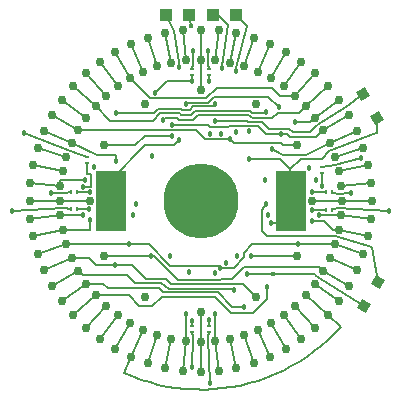
<source format=gbl>
G75*
G70*
%OFA0B0*%
%FSLAX24Y24*%
%IPPOS*%
%LPD*%
%AMOC8*
5,1,8,0,0,1.08239X$1,22.5*
%
%ADD10C,0.0240*%
%ADD11R,0.1000X0.2000*%
%ADD12C,0.2500*%
%ADD13C,0.0300*%
%ADD14R,0.0169X0.0110*%
%ADD15R,0.0110X0.0169*%
%ADD16R,0.0394X0.0394*%
%ADD17R,0.0335X0.0334*%
%ADD18C,0.0060*%
%ADD19R,0.0180X0.0180*%
%ADD20C,0.0180*%
D10*
X008334Y008113D03*
X008728Y008113D03*
X009122Y008113D03*
X009122Y008506D03*
X008728Y008506D03*
X008334Y008506D03*
X008334Y008900D03*
X008728Y008900D03*
X009122Y008900D03*
D11*
X011728Y008506D03*
X005728Y008506D03*
D12*
X008728Y008506D03*
D13*
X004489Y004689D03*
X004911Y004267D03*
X005375Y003891D03*
X005876Y003566D03*
X006408Y003295D03*
X006965Y003081D03*
X007542Y002926D03*
X008132Y002833D03*
X008728Y002802D03*
X009324Y002833D03*
X009914Y002926D03*
X010491Y003081D03*
X011049Y003295D03*
X011581Y003566D03*
X012081Y003891D03*
X012545Y004267D03*
X012968Y004689D03*
X013343Y005153D03*
X013669Y005654D03*
X013940Y006186D03*
X014154Y006744D03*
X014308Y007320D03*
X014402Y007910D03*
X014433Y008506D03*
X014402Y009103D03*
X014308Y009693D03*
X014154Y010269D03*
X013940Y010827D03*
X013669Y011359D03*
X013343Y011860D03*
X012968Y012324D03*
X012545Y012746D03*
X012081Y013122D03*
X011581Y013447D03*
X011049Y013718D03*
X010491Y013932D03*
X009914Y014086D03*
X009324Y014180D03*
X008728Y014211D03*
X008132Y014180D03*
X007542Y014086D03*
X006965Y013932D03*
X006408Y013718D03*
X005876Y013447D03*
X005375Y013122D03*
X004911Y012746D03*
X004489Y012324D03*
X004113Y011860D03*
X003788Y011359D03*
X003517Y010827D03*
X003303Y010269D03*
X003148Y009693D03*
X003055Y009103D03*
X003023Y008506D03*
X003055Y007910D03*
X003148Y007320D03*
X003303Y006744D03*
X003517Y006186D03*
X003788Y005654D03*
X004113Y005153D03*
X004922Y005741D03*
X004654Y006154D03*
X004430Y006593D03*
X004254Y007053D03*
X004126Y007528D03*
X004049Y008015D03*
X004023Y008506D03*
X004049Y008998D03*
X004126Y009485D03*
X004254Y009960D03*
X004430Y010420D03*
X004654Y010859D03*
X004922Y011272D03*
X005232Y011655D03*
X005580Y012003D03*
X005963Y012313D03*
X006376Y012581D03*
X006815Y012804D03*
X007274Y012981D03*
X007750Y013108D03*
X008236Y013185D03*
X008728Y013211D03*
X009220Y013185D03*
X009706Y013108D03*
X010182Y012981D03*
X010642Y012804D03*
X011081Y012581D03*
X011494Y012313D03*
X011876Y012003D03*
X012224Y011655D03*
X012534Y011272D03*
X012803Y010859D03*
X013026Y010420D03*
X013203Y009960D03*
X013330Y009485D03*
X013407Y008998D03*
X013433Y008506D03*
X013407Y008015D03*
X013330Y007528D03*
X013203Y007053D03*
X013026Y006593D03*
X012803Y006154D03*
X012534Y005741D03*
X012224Y005358D03*
X011876Y005010D03*
X011494Y004700D03*
X011081Y004432D03*
X010642Y004208D03*
X010182Y004032D03*
X009706Y003905D03*
X009220Y003827D03*
X008728Y003802D03*
X008236Y003827D03*
X007750Y003905D03*
X007274Y004032D03*
X006815Y004208D03*
X006376Y004432D03*
X005963Y004700D03*
X005580Y005010D03*
X005232Y005358D03*
X005520Y006654D03*
X006876Y005298D03*
X008728Y004802D03*
X010581Y005298D03*
X011937Y006654D03*
X012433Y008506D03*
X011937Y010359D03*
X010581Y011715D03*
X008728Y012211D03*
X006876Y011715D03*
X005520Y010359D03*
X005023Y008506D03*
D14*
X004928Y009756D03*
X004928Y009957D03*
X008448Y012696D03*
X008448Y012897D03*
X009008Y012897D03*
X009008Y012696D03*
X012788Y009627D03*
X012788Y009426D03*
X009018Y004327D03*
X009018Y004126D03*
X008438Y004116D03*
X008438Y004317D03*
D15*
X004609Y008216D03*
X004408Y008216D03*
X004408Y008806D03*
X004609Y008806D03*
X012908Y008796D03*
X013109Y008796D03*
X013109Y008206D03*
X012908Y008206D03*
D16*
X009919Y014686D03*
X009132Y014686D03*
X008344Y014686D03*
X007557Y014686D03*
D17*
G36*
X014083Y011830D02*
X013916Y012119D01*
X014205Y012286D01*
X014372Y011997D01*
X014083Y011830D01*
G37*
G36*
X014546Y011029D02*
X014379Y011318D01*
X014668Y011485D01*
X014835Y011196D01*
X014546Y011029D01*
G37*
G36*
X014409Y005725D02*
X014576Y006014D01*
X014865Y005847D01*
X014698Y005558D01*
X014409Y005725D01*
G37*
G36*
X013946Y004924D02*
X014113Y005213D01*
X014402Y005046D01*
X014235Y004757D01*
X013946Y004924D01*
G37*
D18*
X014174Y004985D02*
X012578Y006006D01*
X012528Y006056D01*
X011148Y006056D01*
X010278Y006056D01*
X010188Y006286D02*
X009788Y005886D01*
X009398Y005886D01*
X009378Y005866D01*
X007958Y005866D01*
X007168Y006656D01*
X007058Y006656D01*
X007076Y006654D01*
X005520Y006654D01*
X005228Y006376D02*
X005868Y006376D01*
X006428Y006376D01*
X006918Y005886D01*
X007588Y005886D01*
X007748Y005726D01*
X010152Y005726D01*
X010581Y005298D01*
X010938Y005236D02*
X010938Y005626D01*
X010938Y005236D02*
X010478Y004776D01*
X009748Y004776D01*
X009218Y005306D01*
X007428Y005306D01*
X007118Y004996D01*
X006688Y004996D01*
X006326Y005358D01*
X005232Y005358D01*
X004489Y004689D01*
X004911Y004267D02*
X005580Y005010D01*
X005963Y004700D02*
X005375Y003891D01*
X005876Y003566D02*
X006376Y004432D01*
X006815Y004209D02*
X006408Y003295D01*
X006168Y002766D01*
X006965Y003081D02*
X007274Y004032D01*
X007750Y003905D02*
X007542Y002926D01*
X008132Y002833D02*
X008236Y003828D01*
X008238Y003829D01*
X008238Y004736D01*
X008438Y004486D02*
X008438Y004317D01*
X008438Y004116D02*
X008488Y003956D01*
X008448Y002946D01*
X008728Y002802D02*
X008728Y003802D01*
X008728Y004802D01*
X009018Y004516D02*
X009018Y004327D01*
X008978Y004327D01*
X009018Y004126D02*
X008968Y003946D01*
X009048Y002426D01*
X009324Y002833D02*
X009220Y003828D01*
X009220Y004735D01*
X009218Y004736D01*
X009778Y004966D02*
X010178Y004966D01*
X009778Y004966D02*
X009298Y005446D01*
X007468Y005446D01*
X007328Y005586D01*
X005627Y005586D01*
X005473Y005741D01*
X004922Y005741D01*
X004113Y005153D01*
X003788Y005654D02*
X004654Y006154D01*
X004791Y006016D01*
X006278Y006016D01*
X006538Y005756D01*
X007408Y005756D01*
X007658Y005576D01*
X009766Y005576D01*
X009826Y005516D01*
X009828Y006266D02*
X009388Y006266D01*
X009358Y006326D01*
X007718Y006326D01*
X006992Y007053D01*
X006348Y007053D01*
X004254Y007053D01*
X003303Y006744D01*
X003148Y007320D02*
X004126Y007528D01*
X005028Y007528D01*
X005028Y007856D01*
X004818Y008015D02*
X004818Y008016D01*
X004818Y008015D02*
X004049Y008015D01*
X003055Y007910D01*
X002448Y008176D02*
X004168Y008266D01*
X004408Y008216D01*
X004609Y008216D02*
X005018Y008216D01*
X005023Y008506D02*
X004023Y008506D01*
X003023Y008506D01*
X003055Y009103D02*
X004049Y008998D01*
X004049Y009195D01*
X004880Y009195D01*
X004928Y009396D02*
X004928Y009756D01*
X004928Y009957D02*
X004488Y010136D01*
X002828Y010766D01*
X003303Y010269D02*
X004254Y009960D01*
X004430Y010420D02*
X005288Y010016D01*
X005908Y010016D01*
X005908Y009816D01*
X005520Y010359D02*
X006541Y010359D01*
X006858Y010676D01*
X007758Y010676D01*
X008008Y010526D02*
X007838Y010356D01*
X006888Y010356D01*
X005728Y009196D01*
X005728Y008506D01*
X005028Y008806D02*
X004609Y008806D01*
X004408Y008806D02*
X004208Y008746D01*
X003728Y008766D01*
X004126Y009485D02*
X003148Y009693D01*
X003517Y010827D02*
X004430Y010420D01*
X004654Y010859D02*
X008556Y010859D01*
X008858Y010556D01*
X009708Y010556D01*
X009838Y010426D01*
X011418Y010426D01*
X011486Y010359D01*
X011937Y010359D01*
X011708Y010626D02*
X012570Y010626D01*
X012803Y010859D01*
X013669Y011359D01*
X013558Y011636D02*
X012608Y011026D01*
X012368Y010786D01*
X011798Y010786D01*
X011678Y010906D01*
X010998Y010906D01*
X010778Y011126D01*
X010298Y011126D01*
X010258Y011166D01*
X009218Y011166D01*
X009038Y010956D02*
X009638Y010956D01*
X009678Y010996D01*
X010628Y010996D01*
X010908Y010716D01*
X011408Y010716D01*
X011618Y010716D01*
X011708Y010626D01*
X011868Y011116D02*
X012379Y011116D01*
X012534Y011272D01*
X013343Y011860D01*
X013558Y011636D02*
X014144Y012058D01*
X014607Y011257D02*
X014603Y010776D01*
X014588Y010776D01*
X013008Y010156D01*
X012758Y009906D01*
X012058Y009906D01*
X011708Y009556D01*
X011708Y008526D01*
X011728Y008506D01*
X011728Y007776D01*
X011068Y007776D01*
X010758Y007506D02*
X010948Y007316D01*
X013198Y007316D01*
X014428Y006966D01*
X014637Y005786D01*
X013940Y006186D02*
X013026Y006593D01*
X012670Y006286D02*
X010188Y006286D01*
X010178Y006616D02*
X009828Y006266D01*
X010178Y006616D02*
X010178Y006776D01*
X010454Y007053D01*
X011968Y007053D01*
X013203Y007053D01*
X014154Y006744D01*
X014308Y007320D02*
X013330Y007528D01*
X013136Y007528D01*
X012828Y007836D01*
X012428Y007836D01*
X012658Y008026D02*
X013407Y008026D01*
X013407Y008015D01*
X014402Y007910D01*
X014433Y008506D02*
X013433Y008506D01*
X012433Y008506D01*
X012438Y008796D02*
X012908Y008796D01*
X013109Y008796D02*
X013278Y008736D01*
X013728Y008766D01*
X013407Y008998D02*
X014402Y009103D01*
X014308Y009693D02*
X013330Y009485D01*
X013208Y009706D02*
X014088Y009936D01*
X014154Y010269D02*
X013203Y009960D01*
X013208Y009706D02*
X012788Y009627D01*
X012788Y009426D02*
X012788Y009006D01*
X012908Y008206D02*
X012438Y008206D01*
X013109Y008206D02*
X013268Y008266D01*
X015008Y008166D01*
X013669Y005654D02*
X012803Y006154D01*
X012670Y006286D01*
X012534Y005741D02*
X013343Y005153D01*
X012968Y004689D02*
X013398Y004306D01*
X012968Y004689D02*
X012224Y005358D01*
X011876Y005010D02*
X012545Y004267D01*
X012081Y003891D02*
X011494Y004700D01*
X011081Y004432D02*
X011079Y004432D01*
X011081Y004432D02*
X011581Y003566D01*
X011049Y003295D02*
X010642Y004209D01*
X010182Y004032D02*
X010491Y003081D01*
X009914Y002926D02*
X009706Y003905D01*
X010398Y006654D02*
X010398Y006666D01*
X010398Y006654D02*
X011937Y006654D01*
X010758Y007506D02*
X010758Y008186D01*
X010918Y008406D01*
X011708Y009556D02*
X011368Y009896D01*
X010338Y009896D01*
X011108Y010236D02*
X011468Y010026D01*
X012248Y010026D01*
X013026Y010420D02*
X013940Y010827D01*
X012968Y012324D02*
X012224Y011655D01*
X011996Y011426D01*
X011298Y011426D01*
X011118Y011246D01*
X010458Y011246D01*
X010298Y011366D01*
X008628Y011366D01*
X008458Y011196D01*
X007998Y011196D01*
X007938Y011256D01*
X007548Y011256D01*
X007488Y011196D01*
X007378Y011416D02*
X008038Y011416D01*
X008078Y011376D01*
X008418Y011376D01*
X008548Y011506D01*
X010368Y011506D01*
X010438Y011436D01*
X010898Y011436D01*
X010908Y011446D01*
X010907Y011437D01*
X010902Y011428D01*
X010896Y011422D01*
X010887Y011417D01*
X010878Y011416D01*
X011348Y011636D02*
X010978Y011956D01*
X009158Y011956D01*
X008978Y011776D01*
X008288Y011776D01*
X008228Y011716D01*
X008068Y011556D02*
X008108Y011516D01*
X008358Y011516D01*
X008488Y011646D01*
X009148Y011646D01*
X009218Y011716D01*
X008908Y011916D02*
X007040Y011916D01*
X006376Y012581D01*
X005876Y013447D01*
X006408Y013718D02*
X006815Y012804D01*
X007274Y012981D02*
X006965Y013932D01*
X007542Y014086D02*
X007750Y013108D01*
X007760Y013098D01*
X008008Y013126D02*
X008008Y012946D01*
X008008Y013126D02*
X007838Y014176D01*
X007557Y014686D01*
X008132Y014180D02*
X008236Y013185D01*
X008228Y013185D01*
X008488Y013056D02*
X008448Y012897D01*
X008488Y013056D02*
X008478Y013496D01*
X008728Y013211D02*
X008728Y012211D01*
X008908Y011916D02*
X009268Y012276D01*
X011098Y012276D01*
X011372Y012003D01*
X011876Y012003D01*
X012545Y012746D01*
X012081Y013122D02*
X011494Y012313D01*
X011081Y012581D02*
X011078Y012578D01*
X011081Y012581D02*
X011581Y013447D01*
X011049Y013718D02*
X010642Y012804D01*
X010642Y012730D01*
X010182Y012981D02*
X010491Y013932D01*
X010278Y014316D02*
X009919Y014686D01*
X009638Y014356D02*
X009438Y012986D01*
X009438Y012936D01*
X009220Y013185D02*
X009218Y013185D01*
X009220Y013185D02*
X009324Y014180D01*
X009638Y014356D02*
X009308Y014686D01*
X009132Y014686D01*
X008728Y014211D02*
X008728Y013211D01*
X008958Y013046D02*
X009008Y012897D01*
X008958Y013046D02*
X008988Y013496D01*
X009706Y013108D02*
X009914Y014086D01*
X010278Y014316D02*
X009918Y012926D01*
X009918Y012826D01*
X009008Y012696D02*
X009008Y012506D01*
X008448Y012506D02*
X007598Y012506D01*
X007198Y012106D01*
X007308Y011556D02*
X007188Y011436D01*
X005908Y011436D01*
X005710Y011176D02*
X007138Y011176D01*
X007378Y011416D01*
X007308Y011556D02*
X008068Y011556D01*
X007758Y011036D02*
X008958Y011036D01*
X009038Y010956D01*
X008448Y012506D02*
X008448Y012696D01*
X008418Y014336D02*
X008344Y014686D01*
X005375Y013122D02*
X005963Y012313D01*
X005580Y012003D02*
X004911Y012746D01*
X004489Y012324D02*
X005232Y011655D01*
X005710Y011176D01*
X004922Y011272D02*
X004113Y011860D01*
X003788Y011359D02*
X004654Y010859D01*
X004928Y009396D02*
X005078Y009396D01*
X005078Y008976D01*
X004798Y008976D01*
X005012Y006593D02*
X004430Y006593D01*
X003517Y006186D01*
X005012Y006593D02*
X005228Y006376D01*
X006168Y002766D02*
X006449Y002647D01*
X006734Y002542D01*
X007025Y002450D01*
X007319Y002373D01*
X007617Y002311D01*
X007918Y002263D01*
X008221Y002230D01*
X008525Y002212D01*
X008829Y002209D01*
X009133Y002220D01*
X009437Y002247D01*
X009738Y002288D01*
X010038Y002344D01*
X010334Y002415D01*
X010626Y002500D01*
X010914Y002600D01*
X011196Y002713D01*
X011473Y002840D01*
X011743Y002980D01*
X012006Y003134D01*
X012261Y003300D01*
X012508Y003479D01*
X012746Y003669D01*
X012974Y003871D01*
X013192Y004083D01*
X013399Y004306D01*
X012248Y010027D02*
X012503Y010166D01*
X012763Y010298D01*
X013026Y010420D01*
D19*
X011148Y006056D03*
X008418Y014336D03*
D20*
X008478Y013496D03*
X008988Y013496D03*
X009438Y012936D03*
X009918Y012826D03*
X009008Y012506D03*
X008448Y012506D03*
X008008Y012946D03*
X007198Y012106D03*
X007488Y011196D03*
X007758Y011036D03*
X007758Y010676D03*
X008008Y010526D03*
X007108Y009986D03*
X005908Y009816D03*
X005158Y009626D03*
X004880Y009195D03*
X004798Y008976D03*
X005028Y008806D03*
X005018Y008216D03*
X004818Y008016D03*
X005028Y007856D03*
X006348Y007053D03*
X007058Y006656D03*
X007708Y006656D03*
X008328Y006116D03*
X009218Y006086D03*
X009388Y006266D03*
X009568Y006436D03*
X009948Y006656D03*
X010398Y006666D03*
X010278Y006056D03*
X009826Y005516D03*
X010178Y004966D03*
X010938Y005626D03*
X011968Y007053D03*
X012428Y007836D03*
X012658Y008026D03*
X012438Y008206D03*
X012438Y008796D03*
X012788Y009006D03*
X012577Y009195D03*
X012328Y009606D03*
X011108Y010236D03*
X011408Y010716D03*
X011868Y011116D03*
X011348Y011636D03*
X010908Y011446D03*
X010328Y010816D03*
X009918Y010806D03*
X009708Y010556D03*
X009418Y010736D03*
X009038Y010736D03*
X009218Y011166D03*
X009218Y011716D03*
X008228Y011716D03*
X010338Y009896D03*
X010888Y009195D03*
X010918Y008406D03*
X010978Y008014D03*
X011068Y007776D03*
X013728Y008766D03*
X014088Y009936D03*
X015008Y008166D03*
X009218Y004736D03*
X009018Y004516D03*
X008438Y004486D03*
X008238Y004736D03*
X008448Y002946D03*
X009048Y002426D03*
X005868Y006376D03*
X006458Y008014D03*
X006578Y008406D03*
X003728Y008766D03*
X002448Y008176D03*
X002828Y010766D03*
X005908Y011436D03*
M02*

</source>
